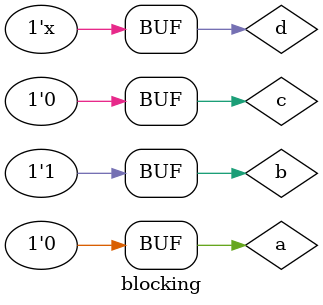
<source format=v>
module blocking;
  reg a;
  reg b;
  reg c;
  reg d;
initial begin
    a <= 1'b0;
    b <= 1'b1;#10;
    c <= 1'b0;#5;
    d <= {a, b, c};#20;
end
initial begin
    $monitor($time,"a=%b b=%b c=%b d=%b",a,b,c,d);
end
initial begin
	$dumpfile("dump.vcd"); 
	$dumpvars;
	
	end
endmodule
</source>
